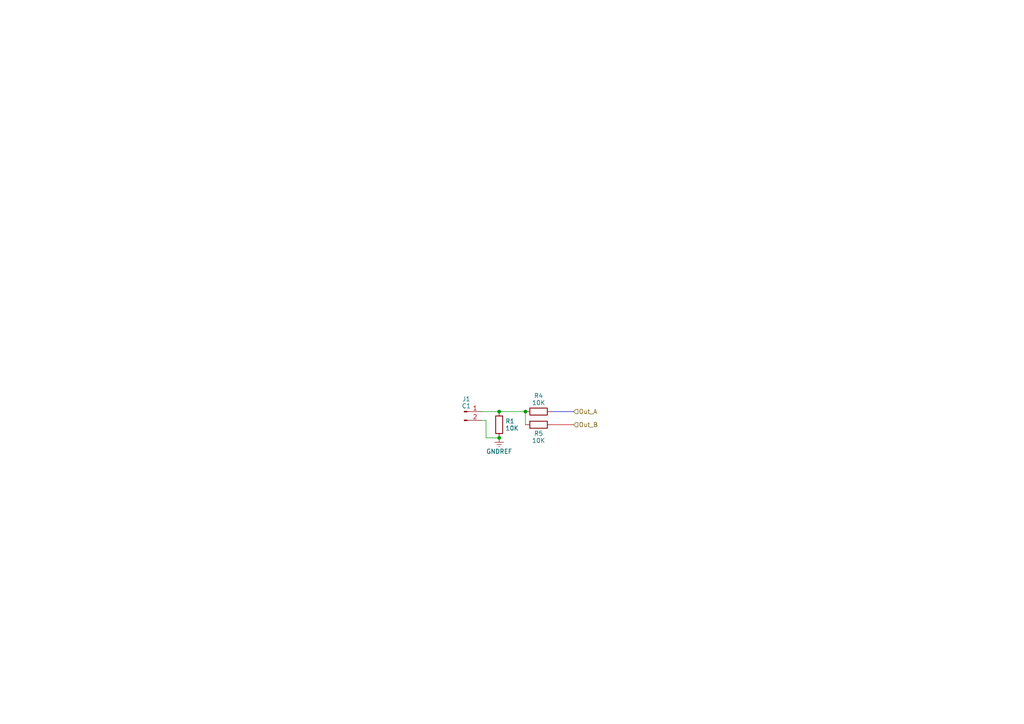
<source format=kicad_sch>
(kicad_sch (version 20230121) (generator eeschema)
  (paper "A4")
  (lib_symbols
    (symbol "Connector:Conn_01x02_Pin" (pin_names (offset 1.016) hide)
      (property "Reference" "J" (at 0 2.54 0))
      (property "Value" "Conn_01x02_Pin" (at 0 -5.08 0))
      (symbol "Conn_01x02_Pin_1_1"
        (polyline (pts (xy 1.27 -2.54) (xy 0.8636 -2.54)) (stroke (width 0.1524)))
        (polyline (pts (xy 1.27 0) (xy 0.8636 0)) (stroke (width 0.1524)))
        (rectangle (start 0.8636 -2.413) (end 0 -2.667) (stroke (width 0.1524)) (fill (type outline)))
        (rectangle (start 0.8636 0.127) (end 0 -0.127) (stroke (width 0.1524)) (fill (type outline)))
        (pin passive line (at 5.08 0 180) (length 3.81) (name "Pin_1") (number "1"))
        (pin passive line (at 5.08 -2.54 180) (length 3.81) (name "Pin_2") (number "2"))
      )
    )
    (symbol "Project:R" (pin_numbers hide) (pin_names (offset 0))
      (property "Reference" "R" (at 2.032 0 90))
      (property "Value" "R" (at 0 0 90))
      (symbol "R_0_1"
        (rectangle (start -1.016 -2.54) (end 1.016 2.54) (stroke (width 0.254)))
      )
      (symbol "R_1_1"
        (pin passive line (at 0 3.81 270) (length 1.27) (name "~") (number "1"))
        (pin passive line (at 0 -3.81 90) (length 1.27) (name "~") (number "2"))
      )
    )
    (symbol "power:GNDREF" (power) (pin_names (offset 0))
      (property "Value" "GNDREF" (at 0 -3.81 0))
      (symbol "GNDREF_0_1"
        (polyline (pts (xy -0.635 -1.905) (xy 0.635 -1.905)))
        (polyline (pts (xy -0.127 -2.54) (xy 0.127 -2.54)))
        (polyline (pts (xy 0 -1.27) (xy 0 0)))
        (polyline (pts (xy 1.27 -1.27) (xy -1.27 -1.27)))
      )
      (symbol "GNDREF_1_1"
        (pin power_in line (at 0 0 270) (length 0) hide (name "GNDREF") (number "1"))
      )
    )
  )
  (junction (at 152.4 119.38))
  (junction (at 144.78 119.38))
  (junction (at 144.78 127))
  (wire (pts (xy 152.4 119.38) (xy 152.4 123.19)))
  (wire (pts (xy 160.02 119.38) (xy 166.37 119.38)) (stroke (width 0) (color 0 0 194 1)))
  (wire (pts (xy 140.97 127) (xy 144.78 127)))
  (wire (pts (xy 144.78 119.38) (xy 152.4 119.38)))
  (wire (pts (xy 160.02 123.19) (xy 166.37 123.19)) (stroke (width 0) (color 194 0 0 1)))
  (wire (pts (xy 140.97 121.92) (xy 139.7 121.92)))
  (wire (pts (xy 140.97 121.92) (xy 140.97 127)))
  (wire (pts (xy 139.7 119.38) (xy 144.78 119.38)))
  (hierarchical_label "Out_B" (shape input) (at 166.37 123.19 0))
  (hierarchical_label "Out_A" (shape input) (at 166.37 119.38 0))
  (symbol (lib_id "Project:R") (at 156.21 123.19 270) (unit 1)
    (property "Reference" "R5" (at 156.21 125.738 90))
    (property "Value" "10K" (at 156.21 127.786 90))
    (property "Footprint" "Resistor_SMD:R_0402_1005Metric" (effects hide))
    (property "MPN" "C25744" (effects hide))
    (instances (project "DiveCAN Head" (path "" (reference "R5") (unit 1)) (path "" (reference "R42") (unit 1)) (path "" (reference "R45") (unit 1)) (path "" (reference "R48") (unit 1))))
  )
  (symbol (lib_id "Connector:Conn_01x02_Pin") (at 134.62 119.38 0) (unit 1) (in_bom no)
    (property "Reference" "J1" (at 135.255 115.7238 0))
    (property "Value" "C1" (at 135.255 117.7718 0))
    (property "Footprint" "Library:PinHeader_1x02_P1.00mm_Vertical" (effects hide))
    (instances (project "DiveCAN Head" (path "" (reference "J1") (unit 1)) (path "" (reference "J8") (unit 1)) (path "" (reference "J9") (unit 1)) (path "" (reference "J10") (unit 1))))
  )
  (symbol (lib_id "power:GNDREF") (at 144.78 127 0) (unit 1)
    (property "Reference" "#PWR01" (effects hide))
    (property "Value" "GNDREF" (at 144.78 130.945 0))
    (instances (project "DiveCAN Head" (path "" (reference "#PWR01") (unit 1)) (path "" (reference "#PWR053") (unit 1)) (path "" (reference "#PWR054") (unit 1)) (path "" (reference "#PWR055") (unit 1))))
  )
  (symbol (lib_id "Project:R") (at 144.78 123.19 180) (unit 1)
    (property "Reference" "R1" (at 146.558 122.166 0) (effects (justify right)))
    (property "Value" "10K" (at 146.558 124.214 0) (effects (justify right)))
    (property "Footprint" "Resistor_SMD:R_0402_1005Metric" (effects hide))
    (property "MPN" "C25744" (effects hide))
    (instances (project "DiveCAN Head" (path "" (reference "R1") (unit 1)) (path "" (reference "R40") (unit 1)) (path "" (reference "R43") (unit 1)) (path "" (reference "R46") (unit 1))))
  )
  (symbol (lib_id "Project:R") (at 156.21 119.38 270) (unit 1)
    (property "Reference" "R4" (at 156.21 114.784 90))
    (property "Value" "10K" (at 156.21 116.832 90))
    (property "Footprint" "Resistor_SMD:R_0402_1005Metric" (effects hide))
    (property "MPN" "C25744" (effects hide))
    (instances (project "DiveCAN Head" (path "" (reference "R4") (unit 1)) (path "" (reference "R41") (unit 1)) (path "" (reference "R44") (unit 1)) (path "" (reference "R47") (unit 1))))
  )
)
</source>
